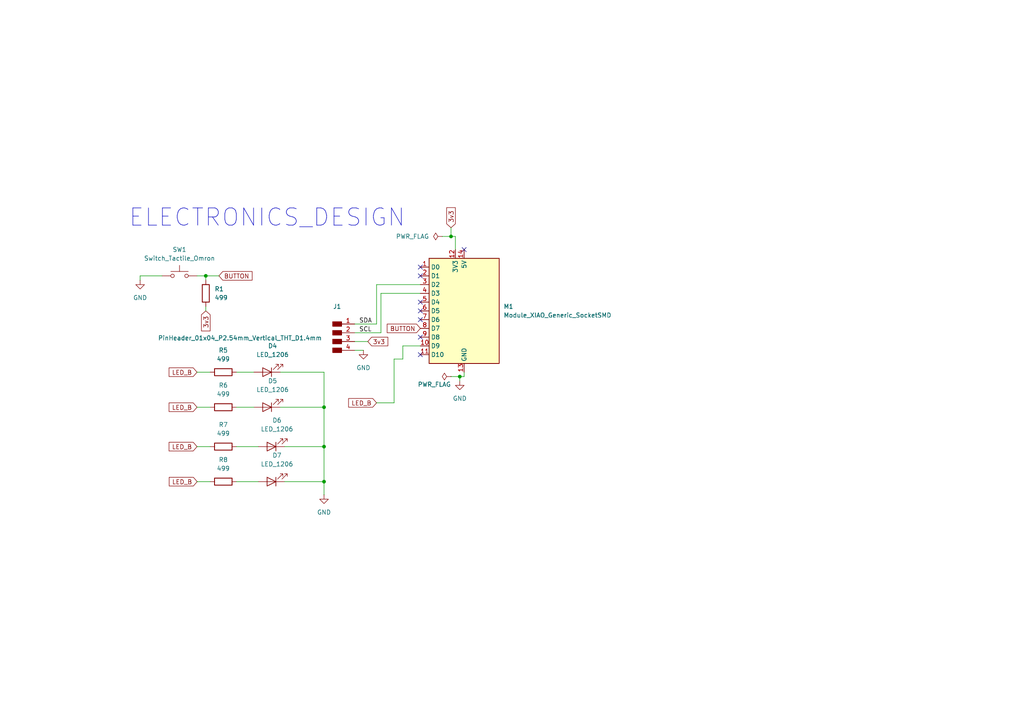
<source format=kicad_sch>
(kicad_sch (version 20231120) (generator "eeschema") (generator_version "8.0")
  (paper "A4")
  (lib_symbols
    (symbol "Device:R" (pin_numbers hide) (pin_names (offset 0))
      (property "Reference" "R" (at 2.032 0 90))
      (property "Value" "R" (at 0 0 90))
      (symbol "R_0_1"
        (rectangle (start -1.016 -2.54) (end 1.016 2.54) (stroke (width 0.254)))
      )
      (symbol "R_1_1"
        (pin passive line (at 0 3.81 270) (length 1.27) (name "~") (number "1"))
        (pin passive line (at 0 -3.81 90) (length 1.27) (name "~") (number "2"))
      )
    )
    (symbol "fab:LED_1206" (pin_numbers hide) (pin_names (offset 1.016) hide)
      (property "Reference" "D" (at 0 2.54 0))
      (property "Value" "LED_1206" (at 0 -2.54 0))
      (symbol "LED_1206_0_1"
        (polyline (pts (xy -1.27 -1.27) (xy -1.27 1.27)) (stroke (width 0.2032)))
        (polyline (pts (xy -1.27 0) (xy 1.27 0)))
        (polyline (pts (xy 1.27 -1.27) (xy 1.27 1.27) (xy -1.27 0) (xy 1.27 -1.27)) (stroke (width 0.2032)))
        (polyline (pts (xy -3.048 -0.762) (xy -4.572 -2.286) (xy -3.81 -2.286) (xy -4.572 -2.286) (xy -4.572 -1.524)))
        (polyline (pts (xy -1.778 -0.762) (xy -3.302 -2.286) (xy -2.54 -2.286) (xy -3.302 -2.286) (xy -3.302 -1.524)))
      )
      (symbol "LED_1206_1_1"
        (pin passive line (at -3.81 0 0) (length 2.54) (name "K") (number "1"))
        (pin passive line (at 3.81 0 180) (length 2.54) (name "A") (number "2"))
      )
    )
    (symbol "fab:Module_XIAO_Generic_SocketSMD"
      (property "Reference" "M" (at -10.16 16.51 0))
      (property "Value" "Module_XIAO_Generic_SocketSMD" (at 1.27 16.51 0))
      (symbol "Module_XIAO_Generic_SocketSMD_1_1"
        (rectangle (start -10.16 15.24) (end 10.16 -15.24) (stroke (width 0.254)) (fill (type background)))
        (pin bidirectional line (at -12.7 12.7 0) (length 2.54) (name "D0") (number "1"))
        (pin bidirectional line (at -12.7 -10.16 0) (length 2.54) (name "D9") (number "10"))
        (pin bidirectional line (at -12.7 -12.7 0) (length 2.54) (name "D10") (number "11"))
        (pin power_in line (at -2.54 17.78 270) (length 2.54) (name "3V3") (number "12"))
        (pin power_in line (at 0 -17.78 90) (length 2.54) (name "GND") (number "13"))
        (pin power_in line (at 0 17.78 270) (length 2.54) (name "5V") (number "14"))
        (pin bidirectional line (at -12.7 10.16 0) (length 2.54) (name "D1") (number "2"))
        (pin bidirectional line (at -12.7 7.62 0) (length 2.54) (name "D2") (number "3"))
        (pin bidirectional line (at -12.7 5.08 0) (length 2.54) (name "D3") (number "4"))
        (pin bidirectional line (at -12.7 2.54 0) (length 2.54) (name "D4") (number "5"))
        (pin bidirectional line (at -12.7 0 0) (length 2.54) (name "D5") (number "6"))
        (pin bidirectional line (at -12.7 -2.54 0) (length 2.54) (name "D6") (number "7"))
        (pin bidirectional line (at -12.7 -5.08 0) (length 2.54) (name "D7") (number "8"))
        (pin bidirectional line (at -12.7 -7.62 0) (length 2.54) (name "D8") (number "9"))
      )
    )
    (symbol "fab:PWR_FLAG" (power) (pin_numbers hide) (pin_names (offset 0) hide)
      (property "Value" "PWR_FLAG" (at 0 3.81 0))
      (symbol "PWR_FLAG_0_1"
        (polyline (pts (xy 0 0) (xy 0 1.27) (xy -1.016 1.905) (xy 0 2.54) (xy 1.016 1.905) (xy 0 1.27)))
      )
      (symbol "PWR_FLAG_1_0"
        (pin power_out line (at 0 0 90) (length 0) (name "PWR_FLAG") (number "1"))
      )
    )
    (symbol "fab:PinHeader_01x04_P2.54mm_Vertical_THT_D1.4mm" (pin_names hide)
      (property "Reference" "J" (at 0 5.08 0))
      (property "Value" "PinHeader_01x04_P2.54mm_Vertical_THT_D1.4mm" (at 0 -7.62 0))
      (symbol "PinHeader_01x04_P2.54mm_Vertical_THT_D1.4mm_1_1"
        (rectangle (start -1.27 -4.445) (end 1.27 -5.715) (stroke (width 0.254)) (fill (type outline)))
        (rectangle (start -1.27 -1.905) (end 1.27 -3.175) (stroke (width 0.254)) (fill (type outline)))
        (rectangle (start -1.27 0.635) (end 1.27 -0.635) (stroke (width 0.254)) (fill (type outline)))
        (rectangle (start -1.27 3.175) (end 1.27 1.905) (stroke (width 0.254)) (fill (type outline)))
        (pin passive line (at 5.08 2.54 180) (length 3.81) (name "Pin_1") (number "1"))
        (pin passive line (at 5.08 0 180) (length 3.81) (name "Pin_2") (number "2"))
        (pin passive line (at 5.08 -2.54 180) (length 3.81) (name "Pin_3") (number "3"))
        (pin passive line (at 5.08 -5.08 180) (length 3.81) (name "Pin_4") (number "4"))
      )
    )
    (symbol "fab:Switch_Tactile_Omron" (pin_numbers hide) (pin_names (offset 1.016) hide)
      (property "Reference" "SW" (at 1.27 2.54 0))
      (property "Value" "Switch_Tactile_Omron" (at 0 -1.524 0))
      (symbol "Switch_Tactile_Omron_0_1"
        (circle (center -2.032 0) (radius 0.508))
        (polyline (pts (xy 0 1.27) (xy 0 3.048)))
        (polyline (pts (xy 2.54 1.27) (xy -2.54 1.27)))
        (circle (center 2.032 0) (radius 0.508))
        (pin passive line (at -5.08 0 0) (length 2.54) (name "1") (number "1"))
        (pin passive line (at 5.08 0 180) (length 2.54) (name "2") (number "2"))
      )
    )
    (symbol "power:GND" (power) (pin_numbers hide) (pin_names (offset 0) hide)
      (property "Value" "GND" (at 0 -3.81 0))
      (symbol "GND_0_1"
        (polyline (pts (xy 0 0) (xy 0 -1.27) (xy 1.27 -1.27) (xy 0 -2.54) (xy -1.27 -1.27) (xy 0 -1.27)))
      )
      (symbol "GND_1_1"
        (pin power_in line (at 0 0 270) (length 0) (name "~") (number "1"))
      )
    )
  )
  (junction (at 93.98 118.11))
  (junction (at 93.98 139.7))
  (junction (at 93.98 129.54))
  (junction (at 130.81 68.58))
  (junction (at 133.35 109.22))
  (junction (at 59.69 80.01))
  (no_connect (at 121.92 92.71))
  (no_connect (at 121.92 80.01))
  (no_connect (at 121.92 90.17))
  (no_connect (at 121.92 97.79))
  (no_connect (at 134.62 72.39))
  (no_connect (at 121.92 77.47))
  (no_connect (at 121.92 102.87))
  (no_connect (at 121.92 87.63))
  (wire (pts (xy 57.15 80.01) (xy 59.69 80.01)))
  (wire (pts (xy 102.87 101.6) (xy 105.41 101.6)))
  (wire (pts (xy 68.58 107.95) (xy 73.66 107.95)))
  (wire (pts (xy 132.08 68.58) (xy 130.81 68.58)))
  (wire (pts (xy 134.62 109.22) (xy 133.35 109.22)))
  (wire (pts (xy 130.81 68.58) (xy 130.81 66.04)))
  (wire (pts (xy 110.49 96.52) (xy 102.87 96.52)))
  (wire (pts (xy 68.58 118.11) (xy 73.66 118.11)))
  (wire (pts (xy 57.15 118.11) (xy 60.96 118.11)))
  (wire (pts (xy 128.27 68.58) (xy 130.81 68.58)))
  (wire (pts (xy 40.64 81.28) (xy 40.64 80.01)))
  (wire (pts (xy 133.35 110.49) (xy 133.35 109.22)))
  (wire (pts (xy 81.28 118.11) (xy 93.98 118.11)))
  (wire (pts (xy 93.98 118.11) (xy 93.98 129.54)))
  (wire (pts (xy 134.62 109.22) (xy 134.62 107.95)))
  (wire (pts (xy 81.28 107.95) (xy 93.98 107.95)))
  (wire (pts (xy 109.22 82.55) (xy 121.92 82.55)))
  (wire (pts (xy 82.55 129.54) (xy 93.98 129.54)))
  (wire (pts (xy 59.69 88.9) (xy 59.69 90.17)))
  (wire (pts (xy 109.22 116.84) (xy 114.3 116.84)))
  (wire (pts (xy 82.55 139.7) (xy 93.98 139.7)))
  (wire (pts (xy 57.15 129.54) (xy 60.96 129.54)))
  (wire (pts (xy 59.69 80.01) (xy 59.69 81.28)))
  (wire (pts (xy 114.3 104.14) (xy 114.3 116.84)))
  (wire (pts (xy 68.58 129.54) (xy 74.93 129.54)))
  (wire (pts (xy 102.87 99.06) (xy 106.68 99.06)))
  (wire (pts (xy 57.15 107.95) (xy 60.96 107.95)))
  (wire (pts (xy 57.15 139.7) (xy 60.96 139.7)))
  (wire (pts (xy 110.49 85.09) (xy 110.49 96.52)))
  (wire (pts (xy 116.84 100.33) (xy 116.84 104.14)))
  (wire (pts (xy 116.84 100.33) (xy 121.92 100.33)))
  (wire (pts (xy 109.22 82.55) (xy 109.22 93.98)))
  (wire (pts (xy 40.64 80.01) (xy 46.99 80.01)))
  (wire (pts (xy 130.81 109.22) (xy 133.35 109.22)))
  (wire (pts (xy 68.58 139.7) (xy 74.93 139.7)))
  (wire (pts (xy 59.69 80.01) (xy 63.5 80.01)))
  (wire (pts (xy 93.98 139.7) (xy 93.98 143.51)))
  (wire (pts (xy 114.3 104.14) (xy 116.84 104.14)))
  (wire (pts (xy 110.49 85.09) (xy 121.92 85.09)))
  (wire (pts (xy 93.98 107.95) (xy 93.98 118.11)))
  (wire (pts (xy 109.22 93.98) (xy 102.87 93.98)))
  (wire (pts (xy 132.08 72.39) (xy 132.08 68.58)))
  (wire (pts (xy 93.98 129.54) (xy 93.98 139.7)))
  (text "ELECTRONICS_DESIGN" (at 77.47 63.246 0) (effects (font (size 5 5))))
  (label "SDA" (at 104.14 93.98 0))
  (label "SCL" (at 104.14 96.52 0))
  (global_label "LED_B" (shape input) (at 57.15 107.95 180) (property "Intersheetrefs" "${INTERSHEET_REFS}" (effects (hide yes))))
  (global_label "LED_B" (shape input) (at 57.1928 139.7 180) (property "Intersheetrefs" "${INTERSHEET_REFS}" (effects (hide yes))))
  (global_label "3v3" (shape input) (at 130.81 66.04 90) (property "Intersheetrefs" "${INTERSHEET_REFS}" (effects (hide yes))))
  (global_label "3v3" (shape input) (at 59.69 90.17 270) (property "Intersheetrefs" "${INTERSHEET_REFS}" (effects (hide yes))))
  (global_label "BUTTON" (shape input) (at 63.5 80.01 0) (property "Intersheetrefs" "${INTERSHEET_REFS}" (effects (hide yes))))
  (global_label "BUTTON" (shape input) (at 121.92 95.25 180) (property "Intersheetrefs" "${INTERSHEET_REFS}" (effects (hide yes))))
  (global_label "LED_B" (shape input) (at 57.15 129.54 180) (property "Intersheetrefs" "${INTERSHEET_REFS}" (effects (hide yes))))
  (global_label "LED_B" (shape input) (at 109.22 116.84 180) (property "Intersheetrefs" "${INTERSHEET_REFS}" (effects (hide yes))))
  (global_label "LED_B" (shape input) (at 57.15 118.11 180) (property "Intersheetrefs" "${INTERSHEET_REFS}" (effects (hide yes))))
  (global_label "3v3" (shape input) (at 106.68 99.06 0) (property "Intersheetrefs" "${INTERSHEET_REFS}" (effects (hide yes))))
  (symbol (lib_id "fab:LED_1206") (at 78.74 129.54 180) (unit 1)
    (property "Reference" "D6" (at 80.3402 121.92 0))
    (property "Value" "LED_1206" (at 80.3402 124.46 0))
    (property "Footprint" "fab:LED_1206" (effects (hide yes)))
    (property "Datasheet" "https://optoelectronics.liteon.com/upload/download/DS-22-98-0002/LTST-C150CKT.pdf" (effects (hide yes)))
    (property "Description" "Light emitting diode, Lite-On Inc. LTST, SMD" (effects (hide yes)))
  )
  (symbol (lib_id "power:GND") (at 133.35 110.49 0) (unit 1)
    (property "Reference" "#PWR04" (effects (hide yes)))
    (property "Value" "GND" (at 133.35 115.57 0))
    (property "Description" "Power symbol creates a global label with name \"GND\" , ground" (effects (hide yes)))
  )
  (symbol (lib_id "fab:Switch_Tactile_Omron") (at 52.07 80.01 0) (unit 1)
    (property "Reference" "SW1" (at 52.07 72.39 0))
    (property "Value" "Switch_Tactile_Omron" (at 52.07 74.93 0))
    (property "Footprint" "fab:Button_Omron_B3SN_6.0x6.0mm" (effects (hide yes)))
    (property "Datasheet" "https://omronfs.omron.com/en_US/ecb/products/pdf/en-b3sn.pdf" (effects (hide yes)))
    (property "Description" "Push button switch, Omron, B3SN, Sealed Tactile Switch (SMT), SPST-NO Top Actuated Surface Mount" (effects (hide yes)))
  )
  (symbol (lib_id "Device:R") (at 64.77 139.7 90) (unit 1)
    (property "Reference" "R8" (at 64.77 133.35 90))
    (property "Value" "499" (at 64.77 135.89 90))
    (property "Footprint" "fab:R_1206" (effects (hide yes)))
    (property "Description" "Resistor" (effects (hide yes)))
  )
  (symbol (lib_id "power:GND") (at 40.64 81.28 0) (unit 1)
    (property "Reference" "#PWR01" (effects (hide yes)))
    (property "Value" "GND" (at 40.64 86.36 0))
    (property "Description" "Power symbol creates a global label with name \"GND\" , ground" (effects (hide yes)))
  )
  (symbol (lib_id "fab:PWR_FLAG") (at 130.81 109.22 90) (unit 1)
    (property "Reference" "#FLG02" (effects (hide yes)))
    (property "Value" "PWR_FLAG" (at 130.81 111.506 90) (effects (justify left)))
    (property "Description" "Special symbol for telling ERC where power comes from" (effects (hide yes)))
  )
  (symbol (lib_id "fab:PWR_FLAG") (at 128.27 68.58 90) (unit 1)
    (property "Reference" "#FLG01" (effects (hide yes)))
    (property "Value" "PWR_FLAG" (at 124.46 68.5799 90) (effects (justify left)))
    (property "Description" "Special symbol for telling ERC where power comes from" (effects (hide yes)))
  )
  (symbol (lib_id "fab:PinHeader_01x04_P2.54mm_Vertical_THT_D1.4mm") (at 97.79 96.52 0) (unit 1)
    (property "Reference" "J1" (at 97.79 88.9 0))
    (property "Value" "PinHeader_01x04_P2.54mm_Vertical_THT_D1.4mm" (at 69.596 98.044 0))
    (property "Footprint" "fab:PinHeader_01x04_P2.54mm_Horizontal_SMD" (effects (hide yes)))
    (property "Description" "Male connector, single row" (effects (hide yes)))
  )
  (symbol (lib_id "Device:R") (at 59.69 85.09 0) (unit 1)
    (property "Reference" "R1" (at 62.23 83.8199 0) (effects (justify left)))
    (property "Value" "499" (at 62.23 86.3599 0) (effects (justify left)))
    (property "Footprint" "fab:R_1206" (effects (hide yes)))
    (property "Description" "Resistor" (effects (hide yes)))
  )
  (symbol (lib_id "power:GND") (at 93.98 143.51 0) (unit 1)
    (property "Reference" "#PWR02" (effects (hide yes)))
    (property "Value" "GND" (at 93.98 148.59 0))
    (property "Description" "Power symbol creates a global label with name \"GND\" , ground" (effects (hide yes)))
  )
  (symbol (lib_id "Device:R") (at 64.77 118.11 90) (unit 1)
    (property "Reference" "R6" (at 64.77 111.76 90))
    (property "Value" "499" (at 64.77 114.3 90))
    (property "Footprint" "fab:R_1206" (effects (hide yes)))
    (property "Description" "Resistor" (effects (hide yes)))
  )
  (symbol (lib_id "fab:LED_1206") (at 78.74 139.7 180) (unit 1)
    (property "Reference" "D7" (at 80.3402 132.08 0))
    (property "Value" "LED_1206" (at 80.3402 134.62 0))
    (property "Footprint" "fab:LED_1206" (effects (hide yes)))
    (property "Datasheet" "https://optoelectronics.liteon.com/upload/download/DS-22-98-0002/LTST-C150CKT.pdf" (effects (hide yes)))
    (property "Description" "Light emitting diode, Lite-On Inc. LTST, SMD" (effects (hide yes)))
  )
  (symbol (lib_id "power:GND") (at 105.41 101.6 0) (unit 1)
    (property "Reference" "#PWR03" (effects (hide yes)))
    (property "Value" "GND" (at 105.41 106.68 0))
    (property "Description" "Power symbol creates a global label with name \"GND\" , ground" (effects (hide yes)))
  )
  (symbol (lib_id "fab:LED_1206") (at 77.47 118.11 180) (unit 1)
    (property "Reference" "D5" (at 79.0702 110.49 0))
    (property "Value" "LED_1206" (at 79.0702 113.03 0))
    (property "Footprint" "fab:LED_1206" (effects (hide yes)))
    (property "Datasheet" "https://optoelectronics.liteon.com/upload/download/DS-22-98-0002/LTST-C150CKT.pdf" (effects (hide yes)))
    (property "Description" "Light emitting diode, Lite-On Inc. LTST, SMD" (effects (hide yes)))
  )
  (symbol (lib_id "Device:R") (at 64.77 107.95 90) (unit 1)
    (property "Reference" "R5" (at 64.77 101.6 90))
    (property "Value" "499" (at 64.77 104.14 90))
    (property "Footprint" "fab:R_1206" (effects (hide yes)))
    (property "Description" "Resistor" (effects (hide yes)))
  )
  (symbol (lib_id "fab:Module_XIAO_Generic_SocketSMD") (at 134.62 90.17 0) (unit 1)
    (property "Reference" "M1" (at 146.05 88.8999 0) (effects (justify left)))
    (property "Value" "Module_XIAO_Generic_SocketSMD" (at 146.05 91.4399 0) (effects (justify left)))
    (property "Footprint" "fab:Module_XIAO_Generic_SocketSMD" (effects (hide yes)))
    (property "Datasheet" "https://wiki.seeedstudio.com/xiao_topic_page/" (effects (hide yes)))
    (property "Description" "The Seeed Studio XIAO series, named after the Chinese word for \"small,\" comprises tiny development boards based on various hardware platforms of ESP32, SAMD21, RP2040, nRF52840, RP2350 and RA4M1, MG24" (effects (hide yes)))
  )
  (symbol (lib_id "Device:R") (at 64.77 129.54 90) (unit 1)
    (property "Reference" "R7" (at 64.77 123.19 90))
    (property "Value" "499" (at 64.77 125.73 90))
    (property "Footprint" "fab:R_1206" (effects (hide yes)))
    (property "Description" "Resistor" (effects (hide yes)))
  )
  (symbol (lib_id "fab:LED_1206") (at 77.47 107.95 180) (unit 1)
    (property "Reference" "D4" (at 79.0702 100.33 0))
    (property "Value" "LED_1206" (at 79.0702 102.87 0))
    (property "Footprint" "fab:LED_1206" (effects (hide yes)))
    (property "Datasheet" "https://optoelectronics.liteon.com/upload/download/DS-22-98-0002/LTST-C150CKT.pdf" (effects (hide yes)))
    (property "Description" "Light emitting diode, Lite-On Inc. LTST, SMD" (effects (hide yes)))
  )
)
</source>
